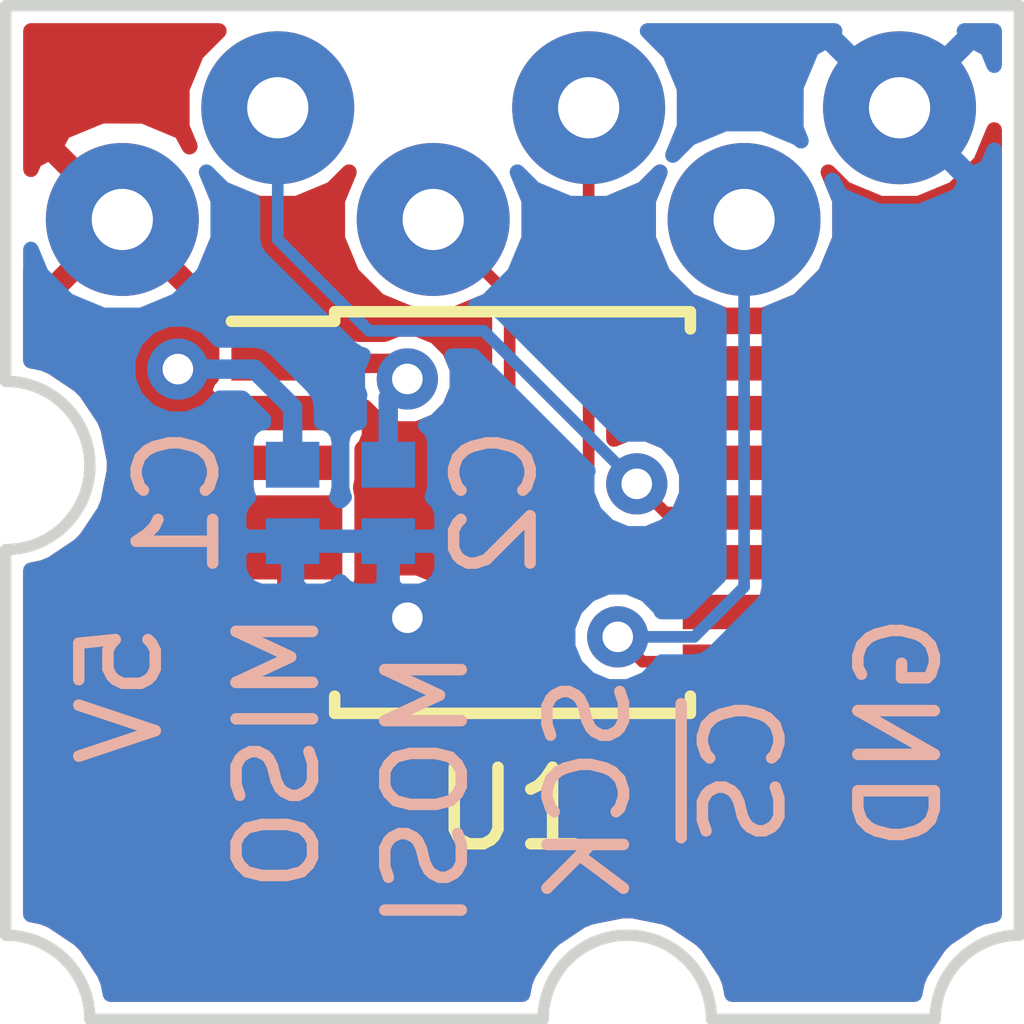
<source format=kicad_pcb>
(kicad_pcb (version 20171130) (host pcbnew "(2018-01-21 revision 6b9866de8)-makepkg")

  (general
    (thickness 1.6)
    (drawings 10)
    (tracks 40)
    (zones 0)
    (modules 9)
    (nets 8)
  )

  (page A4)
  (layers
    (0 F.Cu signal)
    (31 B.Cu signal)
    (32 B.Adhes user)
    (33 F.Adhes user)
    (34 B.Paste user)
    (35 F.Paste user)
    (36 B.SilkS user)
    (37 F.SilkS user)
    (38 B.Mask user)
    (39 F.Mask user)
    (40 Dwgs.User user)
    (41 Cmts.User user)
    (42 Eco1.User user)
    (43 Eco2.User user)
    (44 Edge.Cuts user)
    (45 Margin user)
    (46 B.CrtYd user)
    (47 F.CrtYd user)
    (48 B.Fab user hide)
    (49 F.Fab user hide)
  )

  (setup
    (last_trace_width 0.1524)
    (trace_clearance 0.1524)
    (zone_clearance 0.1524)
    (zone_45_only no)
    (trace_min 0.1524)
    (segment_width 0.2)
    (edge_width 0.15)
    (via_size 0.8)
    (via_drill 0.4)
    (via_min_size 0.4)
    (via_min_drill 0.3)
    (uvia_size 0.3)
    (uvia_drill 0.1)
    (uvias_allowed no)
    (uvia_min_size 0.2)
    (uvia_min_drill 0.1)
    (pcb_text_width 0.3)
    (pcb_text_size 1.5 1.5)
    (mod_edge_width 0.15)
    (mod_text_size 1 1)
    (mod_text_width 0.15)
    (pad_size 1.524 1.524)
    (pad_drill 0.762)
    (pad_to_mask_clearance 0.2)
    (aux_axis_origin 130.875 80.1)
    (grid_origin 130.875 80.1)
    (visible_elements 7FFFFFFF)
    (pcbplotparams
      (layerselection 0x010fc_ffffffff)
      (usegerberextensions true)
      (usegerberattributes false)
      (usegerberadvancedattributes false)
      (creategerberjobfile false)
      (excludeedgelayer true)
      (linewidth 0.100000)
      (plotframeref false)
      (viasonmask false)
      (mode 1)
      (useauxorigin false)
      (hpglpennumber 1)
      (hpglpenspeed 20)
      (hpglpendiameter 15)
      (psnegative false)
      (psa4output false)
      (plotreference true)
      (plotvalue false)
      (plotinvisibletext false)
      (padsonsilk false)
      (subtractmaskfromsilk false)
      (outputformat 1)
      (mirror false)
      (drillshape 0)
      (scaleselection 1)
      (outputdirectory grb))
  )

  (net 0 "")
  (net 1 +5V)
  (net 2 GND)
  (net 3 "Net-(C2-Pad2)")
  (net 4 /MISO)
  (net 5 /MOSI)
  (net 6 /SCLK)
  (net 7 /CS)

  (net_class Default "This is the default net class."
    (clearance 0.1524)
    (trace_width 0.1524)
    (via_dia 0.8)
    (via_drill 0.4)
    (uvia_dia 0.3)
    (uvia_drill 0.1)
    (add_net /CS)
    (add_net /MISO)
    (add_net /MOSI)
    (add_net /SCLK)
  )

  (net_class PWR ""
    (clearance 0.1524)
    (trace_width 0.254)
    (via_dia 0.8)
    (via_drill 0.4)
    (uvia_dia 0.3)
    (uvia_drill 0.1)
    (add_net +5V)
    (add_net GND)
    (add_net "Net-(C2-Pad2)")
  )

  (module custom_lib:The_0402_FP (layer B.Cu) (tedit 5A981177) (tstamp 5BB34F2F)
    (at 134.625 86.6 90)
    (path /5B9FB1D1)
    (attr smd)
    (fp_text reference C1 (at 0 -1.5 90) (layer B.SilkS)
      (effects (font (size 1 1) (thickness 0.15)) (justify mirror))
    )
    (fp_text value 100n (at 0 -1.65 90) (layer B.Fab)
      (effects (font (size 1 1) (thickness 0.15)) (justify mirror))
    )
    (fp_line (start -0.5 -0.25) (end -0.5 0.25) (layer B.Fab) (width 0.1))
    (fp_line (start 0.5 -0.25) (end -0.5 -0.25) (layer B.Fab) (width 0.1))
    (fp_line (start 0.5 0.25) (end 0.5 -0.25) (layer B.Fab) (width 0.1))
    (fp_line (start -0.5 0.25) (end 0.5 0.25) (layer B.Fab) (width 0.1))
    (fp_line (start -0.95 -0.5) (end -0.95 0.5) (layer B.CrtYd) (width 0.05))
    (fp_line (start 0.95 -0.5) (end -0.95 -0.5) (layer B.CrtYd) (width 0.05))
    (fp_line (start 0.95 0.5) (end 0.95 -0.5) (layer B.CrtYd) (width 0.05))
    (fp_line (start -0.95 0.5) (end 0.95 0.5) (layer B.CrtYd) (width 0.05))
    (pad 2 smd rect (at 0.5 0 90) (size 0.6 0.7) (layers B.Cu B.Paste B.Mask)
      (net 1 +5V))
    (pad 1 smd rect (at -0.5 0 90) (size 0.6 0.7) (layers B.Cu B.Paste B.Mask)
      (net 2 GND))
  )

  (module custom_lib:The_0402_FP (layer B.Cu) (tedit 5A981177) (tstamp 5BB34F3D)
    (at 135.875 86.6 90)
    (path /5B9FB275)
    (attr smd)
    (fp_text reference C2 (at 0 1.4 90) (layer B.SilkS)
      (effects (font (size 1 1) (thickness 0.15)) (justify mirror))
    )
    (fp_text value 100n (at 0 -1.65 90) (layer B.Fab)
      (effects (font (size 1 1) (thickness 0.15)) (justify mirror))
    )
    (fp_line (start -0.95 0.5) (end 0.95 0.5) (layer B.CrtYd) (width 0.05))
    (fp_line (start 0.95 0.5) (end 0.95 -0.5) (layer B.CrtYd) (width 0.05))
    (fp_line (start 0.95 -0.5) (end -0.95 -0.5) (layer B.CrtYd) (width 0.05))
    (fp_line (start -0.95 -0.5) (end -0.95 0.5) (layer B.CrtYd) (width 0.05))
    (fp_line (start -0.5 0.25) (end 0.5 0.25) (layer B.Fab) (width 0.1))
    (fp_line (start 0.5 0.25) (end 0.5 -0.25) (layer B.Fab) (width 0.1))
    (fp_line (start 0.5 -0.25) (end -0.5 -0.25) (layer B.Fab) (width 0.1))
    (fp_line (start -0.5 -0.25) (end -0.5 0.25) (layer B.Fab) (width 0.1))
    (pad 1 smd rect (at -0.5 0 90) (size 0.6 0.7) (layers B.Cu B.Paste B.Mask)
      (net 2 GND))
    (pad 2 smd rect (at 0.5 0 90) (size 0.6 0.7) (layers B.Cu B.Paste B.Mask)
      (net 3 "Net-(C2-Pad2)"))
  )

  (module Wire_Pads:SolderWirePad_single_0-8mmDrill (layer F.Cu) (tedit 5BA036E0) (tstamp 5BB36DB1)
    (at 132.399 82.894)
    (path /5B9FB805)
    (fp_text reference 5V (at -0.024 6.206 -90) (layer B.SilkS)
      (effects (font (size 1 1) (thickness 0.15)) (justify mirror))
    )
    (fp_text value Test_Point (at 0 2.54) (layer F.Fab)
      (effects (font (size 1 1) (thickness 0.15)))
    )
    (pad 1 thru_hole circle (at 0 0) (size 1.99898 1.99898) (drill 0.8001) (layers *.Cu *.Mask)
      (net 1 +5V))
  )

  (module Wire_Pads:SolderWirePad_single_0-8mmDrill (layer F.Cu) (tedit 5BA036E7) (tstamp 5BB36BC6)
    (at 134.431 81.4335)
    (path /5B9FB8A6)
    (fp_text reference MISO (at 0 8.4165 -90) (layer B.SilkS)
      (effects (font (size 1 1) (thickness 0.15)) (justify mirror))
    )
    (fp_text value Test_Point (at 0 2.54) (layer F.Fab)
      (effects (font (size 1 1) (thickness 0.15)))
    )
    (pad 1 thru_hole circle (at 0 0) (size 1.99898 1.99898) (drill 0.8001) (layers *.Cu *.Mask)
      (net 4 /MISO))
  )

  (module Wire_Pads:SolderWirePad_single_0-8mmDrill (layer F.Cu) (tedit 5BA036EE) (tstamp 5BB36B8B)
    (at 136.463 82.894)
    (path /5B9FB8F0)
    (fp_text reference MOSI (at -0.088 7.456 90) (layer B.SilkS)
      (effects (font (size 1 1) (thickness 0.15)) (justify mirror))
    )
    (fp_text value Test_Point (at 0 2.54) (layer F.Fab)
      (effects (font (size 1 1) (thickness 0.15)))
    )
    (pad 1 thru_hole circle (at 0 0) (size 1.99898 1.99898) (drill 0.8001) (layers *.Cu *.Mask)
      (net 5 /MOSI))
  )

  (module Wire_Pads:SolderWirePad_single_0-8mmDrill (layer F.Cu) (tedit 5BA03800) (tstamp 5BB34F51)
    (at 138.495 81.4335)
    (path /5B9FB912)
    (fp_text reference SCK (at 0 8.9165 -90) (layer B.SilkS)
      (effects (font (size 1 1) (thickness 0.15)) (justify mirror))
    )
    (fp_text value Test_Point (at 0 2.54) (layer F.Fab)
      (effects (font (size 1 1) (thickness 0.15)))
    )
    (pad 1 thru_hole circle (at 0 0) (size 1.99898 1.99898) (drill 0.8001) (layers *.Cu *.Mask)
      (net 6 /SCLK))
  )

  (module Wire_Pads:SolderWirePad_single_0-8mmDrill (layer F.Cu) (tedit 5BA03708) (tstamp 5BB34F56)
    (at 140.527 82.894)
    (path /5B9FB932)
    (fp_text reference ~CS (at 0 7.206 90) (layer B.SilkS)
      (effects (font (size 1 1) (thickness 0.15)) (justify mirror))
    )
    (fp_text value Test_Point (at 0 2.54) (layer F.Fab)
      (effects (font (size 1 1) (thickness 0.15)))
    )
    (pad 1 thru_hole circle (at 0 0) (size 1.99898 1.99898) (drill 0.8001) (layers *.Cu *.Mask)
      (net 7 /CS))
  )

  (module Wire_Pads:SolderWirePad_single_0-8mmDrill (layer F.Cu) (tedit 5BA0370F) (tstamp 5BB36BEB)
    (at 142.559 81.4335)
    (path /5B9FB954)
    (fp_text reference GND (at 0 8.1665 -90) (layer B.SilkS)
      (effects (font (size 1 1) (thickness 0.15)) (justify mirror))
    )
    (fp_text value Test_Point (at 0 2.54) (layer F.Fab)
      (effects (font (size 1 1) (thickness 0.15)))
    )
    (pad 1 thru_hole circle (at 0 0) (size 1.99898 1.99898) (drill 0.8001) (layers *.Cu *.Mask)
      (net 2 GND))
  )

  (module Package_SSOP:TSSOP-14_4.4x5mm_P0.65mm (layer F.Cu) (tedit 5A02F25C) (tstamp 5BB35315)
    (at 137.5 86.725)
    (descr "14-Lead Plastic Thin Shrink Small Outline (ST)-4.4 mm Body [TSSOP] (see Microchip Packaging Specification 00000049BS.pdf)")
    (tags "SSOP 0.65")
    (path /5B9FB040)
    (attr smd)
    (fp_text reference U1 (at 0 3.875) (layer F.SilkS)
      (effects (font (size 1 1) (thickness 0.15)))
    )
    (fp_text value A1339LLETR-T (at 0 3.55) (layer F.Fab)
      (effects (font (size 1 1) (thickness 0.15)))
    )
    (fp_line (start -1.2 -2.5) (end 2.2 -2.5) (layer F.Fab) (width 0.15))
    (fp_line (start 2.2 -2.5) (end 2.2 2.5) (layer F.Fab) (width 0.15))
    (fp_line (start 2.2 2.5) (end -2.2 2.5) (layer F.Fab) (width 0.15))
    (fp_line (start -2.2 2.5) (end -2.2 -1.5) (layer F.Fab) (width 0.15))
    (fp_line (start -2.2 -1.5) (end -1.2 -2.5) (layer F.Fab) (width 0.15))
    (fp_line (start -3.95 -2.8) (end -3.95 2.8) (layer F.CrtYd) (width 0.05))
    (fp_line (start 3.95 -2.8) (end 3.95 2.8) (layer F.CrtYd) (width 0.05))
    (fp_line (start -3.95 -2.8) (end 3.95 -2.8) (layer F.CrtYd) (width 0.05))
    (fp_line (start -3.95 2.8) (end 3.95 2.8) (layer F.CrtYd) (width 0.05))
    (fp_line (start -2.325 -2.625) (end -2.325 -2.5) (layer F.SilkS) (width 0.15))
    (fp_line (start 2.325 -2.625) (end 2.325 -2.4) (layer F.SilkS) (width 0.15))
    (fp_line (start 2.325 2.625) (end 2.325 2.4) (layer F.SilkS) (width 0.15))
    (fp_line (start -2.325 2.625) (end -2.325 2.4) (layer F.SilkS) (width 0.15))
    (fp_line (start -2.325 -2.625) (end 2.325 -2.625) (layer F.SilkS) (width 0.15))
    (fp_line (start -2.325 2.625) (end 2.325 2.625) (layer F.SilkS) (width 0.15))
    (fp_line (start -2.325 -2.5) (end -3.675 -2.5) (layer F.SilkS) (width 0.15))
    (fp_text user %R (at 0 0) (layer F.Fab)
      (effects (font (size 0.8 0.8) (thickness 0.15)))
    )
    (pad 1 smd rect (at -2.95 -1.95) (size 1.45 0.45) (layers F.Cu F.Paste F.Mask)
      (net 3 "Net-(C2-Pad2)"))
    (pad 2 smd rect (at -2.95 -1.3) (size 1.45 0.45) (layers F.Cu F.Paste F.Mask)
      (net 1 +5V))
    (pad 3 smd rect (at -2.95 -0.65) (size 1.45 0.45) (layers F.Cu F.Paste F.Mask))
    (pad 4 smd rect (at -2.95 0) (size 1.45 0.45) (layers F.Cu F.Paste F.Mask))
    (pad 5 smd rect (at -2.95 0.65) (size 1.45 0.45) (layers F.Cu F.Paste F.Mask)
      (net 2 GND))
    (pad 6 smd rect (at -2.95 1.3) (size 1.45 0.45) (layers F.Cu F.Paste F.Mask)
      (net 2 GND))
    (pad 7 smd rect (at -2.95 1.95) (size 1.45 0.45) (layers F.Cu F.Paste F.Mask)
      (net 2 GND))
    (pad 8 smd rect (at 2.95 1.95) (size 1.45 0.45) (layers F.Cu F.Paste F.Mask)
      (net 7 /CS))
    (pad 9 smd rect (at 2.95 1.3) (size 1.45 0.45) (layers F.Cu F.Paste F.Mask)
      (net 6 /SCLK))
    (pad 10 smd rect (at 2.95 0.65) (size 1.45 0.45) (layers F.Cu F.Paste F.Mask)
      (net 5 /MOSI))
    (pad 11 smd rect (at 2.95 0) (size 1.45 0.45) (layers F.Cu F.Paste F.Mask)
      (net 4 /MISO))
    (pad 12 smd rect (at 2.95 -0.65) (size 1.45 0.45) (layers F.Cu F.Paste F.Mask))
    (pad 13 smd rect (at 2.95 -1.3) (size 1.45 0.45) (layers F.Cu F.Paste F.Mask))
    (pad 14 smd rect (at 2.95 -1.95) (size 1.45 0.45) (layers F.Cu F.Paste F.Mask))
    (model ${KISYS3DMOD}/Package_SSOP.3dshapes/TSSOP-14_4.4x5mm_P0.65mm.wrl
      (at (xyz 0 0 0))
      (scale (xyz 1 1 1))
      (rotate (xyz 0 0 0))
    )
  )

  (gr_arc (start 130.875 86.11) (end 130.875 85.01) (angle 180) (layer Edge.Cuts) (width 0.15) (tstamp 5B9FA8D2))
  (gr_line (start 130.875 80.1) (end 130.875 85.01) (angle 90) (layer Edge.Cuts) (width 0.15) (tstamp 5B9FA8D1))
  (gr_arc (start 144.125 93.35) (end 143.025 93.35) (angle 90) (layer Edge.Cuts) (width 0.15) (tstamp 5B9FA8D0))
  (gr_arc (start 139 93.35) (end 137.9 93.35) (angle 180) (layer Edge.Cuts) (width 0.15) (tstamp 5B9FA8CF))
  (gr_line (start 143.025 93.35) (end 140.1 93.35) (angle 90) (layer Edge.Cuts) (width 0.15) (tstamp 5B9FA8CE))
  (gr_line (start 130.875 80.1) (end 144.125 80.1) (angle 90) (layer Edge.Cuts) (width 0.15) (tstamp 5B9FA8CD))
  (gr_line (start 144.125 80.1) (end 144.125 92.25) (angle 90) (layer Edge.Cuts) (width 0.15) (tstamp 5B9FA8CC))
  (gr_line (start 137.9 93.35) (end 131.975 93.35) (angle 90) (layer Edge.Cuts) (width 0.15) (tstamp 5B9FA8CB))
  (gr_line (start 130.875 92.25) (end 130.875 87.21) (angle 90) (layer Edge.Cuts) (width 0.15) (tstamp 5B9FA8CA))
  (gr_arc (start 130.875 93.35) (end 130.875 92.25) (angle 90) (layer Edge.Cuts) (width 0.15) (tstamp 5B9FA8C9))

  (segment (start 134.625 85.35) (end 134.125 84.85) (width 0.254) (layer B.Cu) (net 1))
  (segment (start 134.625 86.1) (end 134.625 85.35) (width 0.254) (layer B.Cu) (net 1))
  (segment (start 134.125 84.85) (end 133.125 84.85) (width 0.254) (layer B.Cu) (net 1))
  (segment (start 133.125 84.85) (end 133.7 85.425) (width 0.254) (layer F.Cu) (net 1))
  (segment (start 133.7 85.425) (end 134.55 85.425) (width 0.254) (layer F.Cu) (net 1))
  (via (at 133.125 84.85) (size 0.8) (drill 0.4) (layers F.Cu B.Cu) (net 1))
  (segment (start 134.55 88.675) (end 134.55 88.025) (width 0.254) (layer F.Cu) (net 2))
  (segment (start 134.55 87.375) (end 134.55 88.025) (width 0.254) (layer F.Cu) (net 2))
  (segment (start 136.05 88.025) (end 136.125 88.1) (width 0.254) (layer F.Cu) (net 2))
  (segment (start 134.55 88.025) (end 136.05 88.025) (width 0.254) (layer F.Cu) (net 2))
  (via (at 136.125 88.1) (size 0.8) (drill 0.4) (layers F.Cu B.Cu) (net 2))
  (segment (start 136.125 84.9786) (end 135.9214 84.775) (width 0.254) (layer F.Cu) (net 3))
  (segment (start 135.9214 84.775) (end 134.55 84.775) (width 0.254) (layer F.Cu) (net 3))
  (segment (start 135.875 85.2286) (end 136.125 84.9786) (width 0.254) (layer B.Cu) (net 3))
  (segment (start 135.875 86.1) (end 135.875 85.2286) (width 0.254) (layer B.Cu) (net 3))
  (via (at 136.125 84.9786) (size 0.8) (drill 0.4) (layers F.Cu B.Cu) (net 3))
  (segment (start 137.1236 84.35) (end 135.625 84.35) (width 0.1524) (layer B.Cu) (net 4))
  (segment (start 139.1236 86.35) (end 137.1236 84.35) (width 0.1524) (layer B.Cu) (net 4))
  (segment (start 135.625 84.35) (end 134.431 83.156) (width 0.1524) (layer B.Cu) (net 4))
  (segment (start 134.431 83.156) (end 134.431 81.4335) (width 0.1524) (layer B.Cu) (net 4))
  (segment (start 139.4986 86.725) (end 139.1236 86.35) (width 0.1524) (layer F.Cu) (net 4))
  (segment (start 140.45 86.725) (end 139.4986 86.725) (width 0.1524) (layer F.Cu) (net 4))
  (via (at 139.1236 86.35) (size 0.8) (drill 0.4) (layers F.Cu B.Cu) (net 4))
  (segment (start 137.462489 87.937489) (end 137.462489 83.893489) (width 0.1524) (layer F.Cu) (net 5))
  (segment (start 139.125 89.6) (end 137.462489 87.937489) (width 0.1524) (layer F.Cu) (net 5))
  (segment (start 141.875 89.6) (end 139.125 89.6) (width 0.1524) (layer F.Cu) (net 5))
  (segment (start 141.875 87.9226) (end 141.875 89.6) (width 0.1524) (layer F.Cu) (net 5))
  (segment (start 141.3274 87.375) (end 141.875 87.9226) (width 0.1524) (layer F.Cu) (net 5))
  (segment (start 140.45 87.375) (end 141.3274 87.375) (width 0.1524) (layer F.Cu) (net 5))
  (segment (start 137.462489 83.893489) (end 136.463 82.894) (width 0.1524) (layer F.Cu) (net 5))
  (segment (start 140.45 88.025) (end 139.5726 88.025) (width 0.1524) (layer F.Cu) (net 6))
  (segment (start 139.5726 88.025) (end 138.495 86.9474) (width 0.1524) (layer F.Cu) (net 6))
  (segment (start 138.495 86.9474) (end 138.495 82.846992) (width 0.1524) (layer F.Cu) (net 6))
  (segment (start 138.495 82.846992) (end 138.495 81.4335) (width 0.1524) (layer F.Cu) (net 6))
  (segment (start 139.875 88.35) (end 140.527 87.698) (width 0.1524) (layer B.Cu) (net 7))
  (segment (start 140.527 87.698) (end 140.527 82.894) (width 0.1524) (layer B.Cu) (net 7))
  (segment (start 138.875 88.35) (end 139.875 88.35) (width 0.1524) (layer B.Cu) (net 7))
  (segment (start 139.2 88.675) (end 138.875 88.35) (width 0.1524) (layer F.Cu) (net 7))
  (segment (start 140.45 88.675) (end 139.2 88.675) (width 0.1524) (layer F.Cu) (net 7))
  (via (at 138.875 88.35) (size 0.8) (drill 0.4) (layers F.Cu B.Cu) (net 7))

  (zone (net 1) (net_name +5V) (layer F.Cu) (tstamp 0) (hatch edge 0.508)
    (connect_pads (clearance 0.1524))
    (min_thickness 0.2032)
    (fill yes (arc_segments 16) (thermal_gap 0.254) (thermal_bridge_width 0.3048))
    (polygon
      (pts
        (xy 130.875 80.1) (xy 144.125 80.1) (xy 144.125 93.35) (xy 130.875 93.35)
      )
    )
    (filled_polygon
      (pts
        (xy 133.368343 80.723455) (xy 133.17751 81.184165) (xy 133.17751 81.682835) (xy 133.283189 81.937966) (xy 133.276475 81.94468)
        (xy 133.169459 81.747128) (xy 132.671923 81.539586) (xy 132.132836 81.538241) (xy 131.63427 81.743298) (xy 131.628541 81.747128)
        (xy 131.521524 81.944682) (xy 132.399 82.822158) (xy 132.413143 82.808016) (xy 132.484985 82.879858) (xy 132.470842 82.894)
        (xy 133.348318 83.771476) (xy 133.545872 83.664459) (xy 133.753414 83.166923) (xy 133.754759 82.627836) (xy 133.68638 82.461582)
        (xy 133.720955 82.496157) (xy 134.181665 82.68699) (xy 134.680335 82.68699) (xy 135.141045 82.496157) (xy 135.362934 82.274268)
        (xy 135.20951 82.644665) (xy 135.20951 83.143335) (xy 135.400343 83.604045) (xy 135.752955 83.956657) (xy 136.213665 84.14749)
        (xy 136.712335 84.14749) (xy 137.092179 83.990153) (xy 137.132289 84.030263) (xy 137.132289 87.937489) (xy 137.157424 88.063851)
        (xy 137.229002 88.170976) (xy 138.891511 89.833484) (xy 138.891513 89.833487) (xy 138.998638 89.905065) (xy 139.125 89.930201)
        (xy 139.125005 89.9302) (xy 141.875 89.9302) (xy 142.001362 89.905065) (xy 142.108487 89.833487) (xy 142.180065 89.726362)
        (xy 142.2052 89.6) (xy 142.2052 87.9226) (xy 142.180065 87.796238) (xy 142.108487 87.689113) (xy 142.108484 87.689111)
        (xy 141.560887 87.141513) (xy 141.453762 87.069935) (xy 141.416579 87.062539) (xy 141.414263 87.050894) (xy 141.413666 87.05)
        (xy 141.414263 87.049106) (xy 141.433976 86.95) (xy 141.433976 86.5) (xy 141.414263 86.400894) (xy 141.413666 86.4)
        (xy 141.414263 86.399106) (xy 141.433976 86.3) (xy 141.433976 85.85) (xy 141.414263 85.750894) (xy 141.413666 85.75)
        (xy 141.414263 85.749106) (xy 141.433976 85.65) (xy 141.433976 85.2) (xy 141.414263 85.100894) (xy 141.413666 85.1)
        (xy 141.414263 85.099106) (xy 141.433976 85) (xy 141.433976 84.55) (xy 141.414263 84.450894) (xy 141.358124 84.366876)
        (xy 141.274106 84.310737) (xy 141.175 84.291024) (xy 139.725 84.291024) (xy 139.625894 84.310737) (xy 139.541876 84.366876)
        (xy 139.485737 84.450894) (xy 139.466024 84.55) (xy 139.466024 85) (xy 139.485737 85.099106) (xy 139.486334 85.1)
        (xy 139.485737 85.100894) (xy 139.466024 85.2) (xy 139.466024 85.65) (xy 139.485737 85.749106) (xy 139.486334 85.75)
        (xy 139.485737 85.750894) (xy 139.478162 85.788979) (xy 139.253689 85.696) (xy 138.993511 85.696) (xy 138.8252 85.765716)
        (xy 138.8252 82.653495) (xy 139.205045 82.496157) (xy 139.426934 82.274268) (xy 139.27351 82.644665) (xy 139.27351 83.143335)
        (xy 139.464343 83.604045) (xy 139.816955 83.956657) (xy 140.277665 84.14749) (xy 140.776335 84.14749) (xy 141.237045 83.956657)
        (xy 141.589657 83.604045) (xy 141.78049 83.143335) (xy 141.78049 82.644665) (xy 141.627066 82.274268) (xy 141.848955 82.496157)
        (xy 142.309665 82.68699) (xy 142.808335 82.68699) (xy 143.269045 82.496157) (xy 143.621657 82.143545) (xy 143.796 81.722645)
        (xy 143.796 91.979997) (xy 143.639863 92.011055) (xy 143.521265 92.06018) (xy 143.1644 92.29863) (xy 143.07363 92.3894)
        (xy 142.83518 92.746265) (xy 142.786055 92.864863) (xy 142.754997 93.021) (xy 140.370003 93.021) (xy 140.338945 92.864863)
        (xy 140.28982 92.746265) (xy 140.05137 92.3894) (xy 139.960598 92.298628) (xy 139.603735 92.06018) (xy 139.485137 92.011055)
        (xy 139.064185 91.927322) (xy 138.935815 91.927322) (xy 138.514863 92.011055) (xy 138.396265 92.06018) (xy 138.0394 92.29863)
        (xy 137.94863 92.3894) (xy 137.71018 92.746265) (xy 137.661055 92.864863) (xy 137.629997 93.021) (xy 132.245003 93.021)
        (xy 132.213945 92.864863) (xy 132.16482 92.746265) (xy 131.92637 92.3894) (xy 131.835598 92.298628) (xy 131.478735 92.06018)
        (xy 131.360137 92.011055) (xy 131.204 91.979997) (xy 131.204 87.480003) (xy 131.360137 87.448945) (xy 131.478735 87.39982)
        (xy 131.8356 87.16137) (xy 131.92637 87.0706) (xy 132.16482 86.713735) (xy 132.213945 86.595137) (xy 132.297678 86.174185)
        (xy 132.297678 86.045815) (xy 132.213945 85.624863) (xy 132.189025 85.5647) (xy 133.4694 85.5647) (xy 133.4694 85.720733)
        (xy 133.523537 85.851431) (xy 133.566024 85.893918) (xy 133.566024 86.3) (xy 133.585737 86.399106) (xy 133.586334 86.4)
        (xy 133.585737 86.400894) (xy 133.566024 86.5) (xy 133.566024 86.95) (xy 133.585737 87.049106) (xy 133.586334 87.05)
        (xy 133.585737 87.050894) (xy 133.566024 87.15) (xy 133.566024 87.6) (xy 133.585737 87.699106) (xy 133.586334 87.7)
        (xy 133.585737 87.700894) (xy 133.566024 87.8) (xy 133.566024 88.25) (xy 133.585737 88.349106) (xy 133.586334 88.35)
        (xy 133.585737 88.350894) (xy 133.566024 88.45) (xy 133.566024 88.9) (xy 133.585737 88.999106) (xy 133.641876 89.083124)
        (xy 133.725894 89.139263) (xy 133.825 89.158976) (xy 135.275 89.158976) (xy 135.374106 89.139263) (xy 135.458124 89.083124)
        (xy 135.514263 88.999106) (xy 135.533976 88.9) (xy 135.533976 88.45) (xy 135.525224 88.406) (xy 135.543864 88.406)
        (xy 135.570565 88.470461) (xy 135.754539 88.654435) (xy 135.994911 88.754) (xy 136.255089 88.754) (xy 136.495461 88.654435)
        (xy 136.679435 88.470461) (xy 136.779 88.230089) (xy 136.779 87.969911) (xy 136.679435 87.729539) (xy 136.495461 87.545565)
        (xy 136.255089 87.446) (xy 135.994911 87.446) (xy 135.754539 87.545565) (xy 135.656104 87.644) (xy 135.525224 87.644)
        (xy 135.533976 87.6) (xy 135.533976 87.15) (xy 135.514263 87.050894) (xy 135.513666 87.05) (xy 135.514263 87.049106)
        (xy 135.533976 86.95) (xy 135.533976 86.5) (xy 135.514263 86.400894) (xy 135.513666 86.4) (xy 135.514263 86.399106)
        (xy 135.533976 86.3) (xy 135.533976 85.893918) (xy 135.576463 85.851431) (xy 135.6306 85.720733) (xy 135.6306 85.5647)
        (xy 135.5417 85.4758) (xy 134.6008 85.4758) (xy 134.6008 85.4958) (xy 134.4992 85.4958) (xy 134.4992 85.4758)
        (xy 133.5583 85.4758) (xy 133.4694 85.5647) (xy 132.189025 85.5647) (xy 132.16482 85.506265) (xy 131.92637 85.1494)
        (xy 131.906237 85.129267) (xy 133.4694 85.129267) (xy 133.4694 85.2853) (xy 133.5583 85.3742) (xy 134.4992 85.3742)
        (xy 134.4992 85.3542) (xy 134.6008 85.3542) (xy 134.6008 85.3742) (xy 135.5417 85.3742) (xy 135.569474 85.346426)
        (xy 135.570565 85.349061) (xy 135.754539 85.533035) (xy 135.994911 85.6326) (xy 136.255089 85.6326) (xy 136.495461 85.533035)
        (xy 136.679435 85.349061) (xy 136.779 85.108689) (xy 136.779 84.848511) (xy 136.679435 84.608139) (xy 136.495461 84.424165)
        (xy 136.255089 84.3246) (xy 135.994911 84.3246) (xy 135.827364 84.394) (xy 135.476248 84.394) (xy 135.458124 84.366876)
        (xy 135.374106 84.310737) (xy 135.275 84.291024) (xy 133.825 84.291024) (xy 133.725894 84.310737) (xy 133.641876 84.366876)
        (xy 133.585737 84.450894) (xy 133.566024 84.55) (xy 133.566024 84.956082) (xy 133.523537 84.998569) (xy 133.4694 85.129267)
        (xy 131.906237 85.129267) (xy 131.835598 85.058628) (xy 131.478735 84.82018) (xy 131.360137 84.771055) (xy 131.204 84.739997)
        (xy 131.204 83.843318) (xy 131.521524 83.843318) (xy 131.628541 84.040872) (xy 132.126077 84.248414) (xy 132.665164 84.249759)
        (xy 133.16373 84.044702) (xy 133.169459 84.040872) (xy 133.276476 83.843318) (xy 132.399 82.965842) (xy 131.521524 83.843318)
        (xy 131.204 83.843318) (xy 131.204 83.551026) (xy 131.248298 83.65873) (xy 131.252128 83.664459) (xy 131.449682 83.771476)
        (xy 132.327158 82.894) (xy 131.449682 82.016524) (xy 131.252128 82.123541) (xy 131.204 82.238917) (xy 131.204 80.429)
        (xy 133.662798 80.429)
      )
    )
  )
  (zone (net 2) (net_name GND) (layer B.Cu) (tstamp 0) (hatch edge 0.508)
    (connect_pads (clearance 0.1524))
    (min_thickness 0.2032)
    (fill yes (arc_segments 16) (thermal_gap 0.254) (thermal_bridge_width 0.3048))
    (polygon
      (pts
        (xy 130.875 80.1) (xy 144.125 80.1) (xy 144.125 93.35) (xy 130.875 93.35)
      )
    )
    (filled_polygon
      (pts
        (xy 141.681524 80.484182) (xy 142.559 81.361658) (xy 143.436476 80.484182) (xy 143.406583 80.429) (xy 143.796 80.429)
        (xy 143.796 80.878591) (xy 143.709702 80.66877) (xy 143.705872 80.663041) (xy 143.508318 80.556024) (xy 142.630842 81.4335)
        (xy 143.508318 82.310976) (xy 143.705872 82.203959) (xy 143.796 81.987897) (xy 143.796 91.979997) (xy 143.639863 92.011055)
        (xy 143.521265 92.06018) (xy 143.1644 92.29863) (xy 143.07363 92.3894) (xy 142.83518 92.746265) (xy 142.786055 92.864863)
        (xy 142.754997 93.021) (xy 140.370003 93.021) (xy 140.338945 92.864863) (xy 140.28982 92.746265) (xy 140.05137 92.3894)
        (xy 139.960598 92.298628) (xy 139.603735 92.06018) (xy 139.485137 92.011055) (xy 139.064185 91.927322) (xy 138.935815 91.927322)
        (xy 138.514863 92.011055) (xy 138.396265 92.06018) (xy 138.0394 92.29863) (xy 137.94863 92.3894) (xy 137.71018 92.746265)
        (xy 137.661055 92.864863) (xy 137.629997 93.021) (xy 132.245003 93.021) (xy 132.213945 92.864863) (xy 132.16482 92.746265)
        (xy 131.92637 92.3894) (xy 131.835598 92.298628) (xy 131.478735 92.06018) (xy 131.360137 92.011055) (xy 131.204 91.979997)
        (xy 131.204 87.480003) (xy 131.360137 87.448945) (xy 131.478735 87.39982) (xy 131.718371 87.2397) (xy 133.9194 87.2397)
        (xy 133.9194 87.470733) (xy 133.973537 87.601431) (xy 134.073569 87.701463) (xy 134.204267 87.7556) (xy 134.4853 87.7556)
        (xy 134.5742 87.6667) (xy 134.5742 87.1508) (xy 134.6758 87.1508) (xy 134.6758 87.6667) (xy 134.7647 87.7556)
        (xy 135.045733 87.7556) (xy 135.176431 87.701463) (xy 135.25 87.627894) (xy 135.323569 87.701463) (xy 135.454267 87.7556)
        (xy 135.7353 87.7556) (xy 135.8242 87.6667) (xy 135.8242 87.1508) (xy 135.9258 87.1508) (xy 135.9258 87.6667)
        (xy 136.0147 87.7556) (xy 136.295733 87.7556) (xy 136.426431 87.701463) (xy 136.526463 87.601431) (xy 136.5806 87.470733)
        (xy 136.5806 87.2397) (xy 136.4917 87.1508) (xy 135.9258 87.1508) (xy 135.8242 87.1508) (xy 135.2583 87.1508)
        (xy 135.25 87.1591) (xy 135.2417 87.1508) (xy 134.6758 87.1508) (xy 134.5742 87.1508) (xy 134.0083 87.1508)
        (xy 133.9194 87.2397) (xy 131.718371 87.2397) (xy 131.8356 87.16137) (xy 131.92637 87.0706) (xy 132.16482 86.713735)
        (xy 132.213945 86.595137) (xy 132.297678 86.174185) (xy 132.297678 86.045815) (xy 132.213945 85.624863) (xy 132.16482 85.506265)
        (xy 131.92637 85.1494) (xy 131.835598 85.058628) (xy 131.478735 84.82018) (xy 131.360137 84.771055) (xy 131.204 84.739997)
        (xy 131.204 83.284542) (xy 131.336343 83.604045) (xy 131.688955 83.956657) (xy 132.149665 84.14749) (xy 132.648335 84.14749)
        (xy 133.109045 83.956657) (xy 133.461657 83.604045) (xy 133.65249 83.143335) (xy 133.65249 82.644665) (xy 133.499066 82.274268)
        (xy 133.720955 82.496157) (xy 134.1008 82.653495) (xy 134.1008 83.156) (xy 134.125935 83.282362) (xy 134.197513 83.389487)
        (xy 135.391513 84.583487) (xy 135.498638 84.655065) (xy 135.547132 84.664711) (xy 135.471 84.848511) (xy 135.471 85.108689)
        (xy 135.502652 85.185104) (xy 135.494 85.2286) (xy 135.494 85.54719) (xy 135.425894 85.560737) (xy 135.341876 85.616876)
        (xy 135.285737 85.700894) (xy 135.266024 85.8) (xy 135.266024 86.4) (xy 135.285737 86.499106) (xy 135.300662 86.521444)
        (xy 135.25 86.572106) (xy 135.199338 86.521444) (xy 135.214263 86.499106) (xy 135.233976 86.4) (xy 135.233976 85.8)
        (xy 135.214263 85.700894) (xy 135.158124 85.616876) (xy 135.074106 85.560737) (xy 135.006 85.54719) (xy 135.006 85.350005)
        (xy 135.006001 85.35) (xy 134.976998 85.204198) (xy 134.894408 85.080592) (xy 134.394408 84.580592) (xy 134.270803 84.498002)
        (xy 134.125 84.469) (xy 133.668896 84.469) (xy 133.495461 84.295565) (xy 133.255089 84.196) (xy 132.994911 84.196)
        (xy 132.754539 84.295565) (xy 132.570565 84.479539) (xy 132.471 84.719911) (xy 132.471 84.980089) (xy 132.570565 85.220461)
        (xy 132.754539 85.404435) (xy 132.994911 85.504) (xy 133.255089 85.504) (xy 133.495461 85.404435) (xy 133.668896 85.231)
        (xy 133.967184 85.231) (xy 134.244 85.507816) (xy 134.244 85.54719) (xy 134.175894 85.560737) (xy 134.091876 85.616876)
        (xy 134.035737 85.700894) (xy 134.016024 85.8) (xy 134.016024 86.4) (xy 134.035737 86.499106) (xy 134.050662 86.521444)
        (xy 133.973537 86.598569) (xy 133.9194 86.729267) (xy 133.9194 86.9603) (xy 134.0083 87.0492) (xy 134.5742 87.0492)
        (xy 134.5742 87.0292) (xy 134.6758 87.0292) (xy 134.6758 87.0492) (xy 135.2417 87.0492) (xy 135.25 87.0409)
        (xy 135.2583 87.0492) (xy 135.8242 87.0492) (xy 135.8242 87.0292) (xy 135.9258 87.0292) (xy 135.9258 87.0492)
        (xy 136.4917 87.0492) (xy 136.5806 86.9603) (xy 136.5806 86.729267) (xy 136.526463 86.598569) (xy 136.449338 86.521444)
        (xy 136.464263 86.499106) (xy 136.483976 86.4) (xy 136.483976 85.8) (xy 136.464263 85.700894) (xy 136.408124 85.616876)
        (xy 136.364087 85.587452) (xy 136.495461 85.533035) (xy 136.679435 85.349061) (xy 136.779 85.108689) (xy 136.779 84.848511)
        (xy 136.709284 84.6802) (xy 136.986826 84.6802) (xy 138.486276 86.17965) (xy 138.4696 86.219911) (xy 138.4696 86.480089)
        (xy 138.569165 86.720461) (xy 138.753139 86.904435) (xy 138.993511 87.004) (xy 139.253689 87.004) (xy 139.494061 86.904435)
        (xy 139.678035 86.720461) (xy 139.7776 86.480089) (xy 139.7776 86.219911) (xy 139.678035 85.979539) (xy 139.494061 85.795565)
        (xy 139.253689 85.696) (xy 138.993511 85.696) (xy 138.95325 85.712676) (xy 137.357087 84.116513) (xy 137.249962 84.044935)
        (xy 137.1236 84.0198) (xy 137.020605 84.0198) (xy 137.173045 83.956657) (xy 137.525657 83.604045) (xy 137.71649 83.143335)
        (xy 137.71649 82.644665) (xy 137.563066 82.274268) (xy 137.784955 82.496157) (xy 138.245665 82.68699) (xy 138.744335 82.68699)
        (xy 139.205045 82.496157) (xy 139.426934 82.274268) (xy 139.27351 82.644665) (xy 139.27351 83.143335) (xy 139.464343 83.604045)
        (xy 139.816955 83.956657) (xy 140.1968 84.113995) (xy 140.1968 87.561227) (xy 139.738226 88.0198) (xy 139.446112 88.0198)
        (xy 139.429435 87.979539) (xy 139.245461 87.795565) (xy 139.005089 87.696) (xy 138.744911 87.696) (xy 138.504539 87.795565)
        (xy 138.320565 87.979539) (xy 138.221 88.219911) (xy 138.221 88.480089) (xy 138.320565 88.720461) (xy 138.504539 88.904435)
        (xy 138.744911 89.004) (xy 139.005089 89.004) (xy 139.245461 88.904435) (xy 139.429435 88.720461) (xy 139.446112 88.6802)
        (xy 139.875 88.6802) (xy 140.001362 88.655065) (xy 140.108487 88.583487) (xy 140.760484 87.931489) (xy 140.760487 87.931487)
        (xy 140.832065 87.824362) (xy 140.8572 87.698) (xy 140.8572 84.113995) (xy 141.237045 83.956657) (xy 141.589657 83.604045)
        (xy 141.78049 83.143335) (xy 141.78049 82.644665) (xy 141.674811 82.389534) (xy 141.681525 82.38282) (xy 141.788541 82.580372)
        (xy 142.286077 82.787914) (xy 142.825164 82.789259) (xy 143.32373 82.584202) (xy 143.329459 82.580372) (xy 143.436476 82.382818)
        (xy 142.559 81.505342) (xy 142.544858 81.519485) (xy 142.473016 81.447643) (xy 142.487158 81.4335) (xy 141.609682 80.556024)
        (xy 141.412128 80.663041) (xy 141.204586 81.160577) (xy 141.203241 81.699664) (xy 141.27162 81.865918) (xy 141.237045 81.831343)
        (xy 140.776335 81.64051) (xy 140.277665 81.64051) (xy 139.816955 81.831343) (xy 139.595066 82.053232) (xy 139.74849 81.682835)
        (xy 139.74849 81.184165) (xy 139.557657 80.723455) (xy 139.263202 80.429) (xy 141.711417 80.429)
      )
    )
  )
)

</source>
